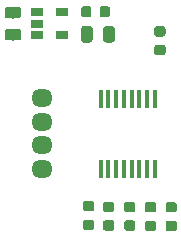
<source format=gbp>
G04 #@! TF.GenerationSoftware,KiCad,Pcbnew,(5.1.2)-1*
G04 #@! TF.CreationDate,2024-07-03T21:07:46+09:00*
G04 #@! TF.ProjectId,IR,49522e6b-6963-4616-945f-706362585858,v1.3*
G04 #@! TF.SameCoordinates,Original*
G04 #@! TF.FileFunction,Paste,Bot*
G04 #@! TF.FilePolarity,Positive*
%FSLAX46Y46*%
G04 Gerber Fmt 4.6, Leading zero omitted, Abs format (unit mm)*
G04 Created by KiCad (PCBNEW (5.1.2)-1) date 2024-07-03 21:07:46*
%MOMM*%
%LPD*%
G04 APERTURE LIST*
%ADD10C,0.050000*%
%ADD11C,0.875000*%
%ADD12O,1.800000X1.524000*%
%ADD13C,0.975000*%
%ADD14R,1.060000X0.650000*%
%ADD15R,0.450000X1.500000*%
G04 APERTURE END LIST*
D10*
G36*
X189387691Y-116716053D02*
G01*
X189408926Y-116719203D01*
X189429750Y-116724419D01*
X189449962Y-116731651D01*
X189469368Y-116740830D01*
X189487781Y-116751866D01*
X189505024Y-116764654D01*
X189520930Y-116779070D01*
X189535346Y-116794976D01*
X189548134Y-116812219D01*
X189559170Y-116830632D01*
X189568349Y-116850038D01*
X189575581Y-116870250D01*
X189580797Y-116891074D01*
X189583947Y-116912309D01*
X189585000Y-116933750D01*
X189585000Y-117371250D01*
X189583947Y-117392691D01*
X189580797Y-117413926D01*
X189575581Y-117434750D01*
X189568349Y-117454962D01*
X189559170Y-117474368D01*
X189548134Y-117492781D01*
X189535346Y-117510024D01*
X189520930Y-117525930D01*
X189505024Y-117540346D01*
X189487781Y-117553134D01*
X189469368Y-117564170D01*
X189449962Y-117573349D01*
X189429750Y-117580581D01*
X189408926Y-117585797D01*
X189387691Y-117588947D01*
X189366250Y-117590000D01*
X188853750Y-117590000D01*
X188832309Y-117588947D01*
X188811074Y-117585797D01*
X188790250Y-117580581D01*
X188770038Y-117573349D01*
X188750632Y-117564170D01*
X188732219Y-117553134D01*
X188714976Y-117540346D01*
X188699070Y-117525930D01*
X188684654Y-117510024D01*
X188671866Y-117492781D01*
X188660830Y-117474368D01*
X188651651Y-117454962D01*
X188644419Y-117434750D01*
X188639203Y-117413926D01*
X188636053Y-117392691D01*
X188635000Y-117371250D01*
X188635000Y-116933750D01*
X188636053Y-116912309D01*
X188639203Y-116891074D01*
X188644419Y-116870250D01*
X188651651Y-116850038D01*
X188660830Y-116830632D01*
X188671866Y-116812219D01*
X188684654Y-116794976D01*
X188699070Y-116779070D01*
X188714976Y-116764654D01*
X188732219Y-116751866D01*
X188750632Y-116740830D01*
X188770038Y-116731651D01*
X188790250Y-116724419D01*
X188811074Y-116719203D01*
X188832309Y-116716053D01*
X188853750Y-116715000D01*
X189366250Y-116715000D01*
X189387691Y-116716053D01*
X189387691Y-116716053D01*
G37*
D11*
X189110000Y-117152500D03*
D10*
G36*
X189387691Y-118291053D02*
G01*
X189408926Y-118294203D01*
X189429750Y-118299419D01*
X189449962Y-118306651D01*
X189469368Y-118315830D01*
X189487781Y-118326866D01*
X189505024Y-118339654D01*
X189520930Y-118354070D01*
X189535346Y-118369976D01*
X189548134Y-118387219D01*
X189559170Y-118405632D01*
X189568349Y-118425038D01*
X189575581Y-118445250D01*
X189580797Y-118466074D01*
X189583947Y-118487309D01*
X189585000Y-118508750D01*
X189585000Y-118946250D01*
X189583947Y-118967691D01*
X189580797Y-118988926D01*
X189575581Y-119009750D01*
X189568349Y-119029962D01*
X189559170Y-119049368D01*
X189548134Y-119067781D01*
X189535346Y-119085024D01*
X189520930Y-119100930D01*
X189505024Y-119115346D01*
X189487781Y-119128134D01*
X189469368Y-119139170D01*
X189449962Y-119148349D01*
X189429750Y-119155581D01*
X189408926Y-119160797D01*
X189387691Y-119163947D01*
X189366250Y-119165000D01*
X188853750Y-119165000D01*
X188832309Y-119163947D01*
X188811074Y-119160797D01*
X188790250Y-119155581D01*
X188770038Y-119148349D01*
X188750632Y-119139170D01*
X188732219Y-119128134D01*
X188714976Y-119115346D01*
X188699070Y-119100930D01*
X188684654Y-119085024D01*
X188671866Y-119067781D01*
X188660830Y-119049368D01*
X188651651Y-119029962D01*
X188644419Y-119009750D01*
X188639203Y-118988926D01*
X188636053Y-118967691D01*
X188635000Y-118946250D01*
X188635000Y-118508750D01*
X188636053Y-118487309D01*
X188639203Y-118466074D01*
X188644419Y-118445250D01*
X188651651Y-118425038D01*
X188660830Y-118405632D01*
X188671866Y-118387219D01*
X188684654Y-118369976D01*
X188699070Y-118354070D01*
X188714976Y-118339654D01*
X188732219Y-118326866D01*
X188750632Y-118315830D01*
X188770038Y-118306651D01*
X188790250Y-118299419D01*
X188811074Y-118294203D01*
X188832309Y-118291053D01*
X188853750Y-118290000D01*
X189366250Y-118290000D01*
X189387691Y-118291053D01*
X189387691Y-118291053D01*
G37*
D11*
X189110000Y-118727500D03*
D12*
X185200000Y-114000000D03*
X185200000Y-112000000D03*
X185200000Y-110000000D03*
X185200000Y-108000000D03*
D10*
G36*
X183180142Y-100276174D02*
G01*
X183203803Y-100279684D01*
X183227007Y-100285496D01*
X183249529Y-100293554D01*
X183271153Y-100303782D01*
X183291670Y-100316079D01*
X183310883Y-100330329D01*
X183328607Y-100346393D01*
X183344671Y-100364117D01*
X183358921Y-100383330D01*
X183371218Y-100403847D01*
X183381446Y-100425471D01*
X183389504Y-100447993D01*
X183395316Y-100471197D01*
X183398826Y-100494858D01*
X183400000Y-100518750D01*
X183400000Y-101006250D01*
X183398826Y-101030142D01*
X183395316Y-101053803D01*
X183389504Y-101077007D01*
X183381446Y-101099529D01*
X183371218Y-101121153D01*
X183358921Y-101141670D01*
X183344671Y-101160883D01*
X183328607Y-101178607D01*
X183310883Y-101194671D01*
X183291670Y-101208921D01*
X183271153Y-101221218D01*
X183249529Y-101231446D01*
X183227007Y-101239504D01*
X183203803Y-101245316D01*
X183180142Y-101248826D01*
X183156250Y-101250000D01*
X182243750Y-101250000D01*
X182219858Y-101248826D01*
X182196197Y-101245316D01*
X182172993Y-101239504D01*
X182150471Y-101231446D01*
X182128847Y-101221218D01*
X182108330Y-101208921D01*
X182089117Y-101194671D01*
X182071393Y-101178607D01*
X182055329Y-101160883D01*
X182041079Y-101141670D01*
X182028782Y-101121153D01*
X182018554Y-101099529D01*
X182010496Y-101077007D01*
X182004684Y-101053803D01*
X182001174Y-101030142D01*
X182000000Y-101006250D01*
X182000000Y-100518750D01*
X182001174Y-100494858D01*
X182004684Y-100471197D01*
X182010496Y-100447993D01*
X182018554Y-100425471D01*
X182028782Y-100403847D01*
X182041079Y-100383330D01*
X182055329Y-100364117D01*
X182071393Y-100346393D01*
X182089117Y-100330329D01*
X182108330Y-100316079D01*
X182128847Y-100303782D01*
X182150471Y-100293554D01*
X182172993Y-100285496D01*
X182196197Y-100279684D01*
X182219858Y-100276174D01*
X182243750Y-100275000D01*
X183156250Y-100275000D01*
X183180142Y-100276174D01*
X183180142Y-100276174D01*
G37*
D13*
X182700000Y-100762500D03*
D10*
G36*
X183180142Y-102151174D02*
G01*
X183203803Y-102154684D01*
X183227007Y-102160496D01*
X183249529Y-102168554D01*
X183271153Y-102178782D01*
X183291670Y-102191079D01*
X183310883Y-102205329D01*
X183328607Y-102221393D01*
X183344671Y-102239117D01*
X183358921Y-102258330D01*
X183371218Y-102278847D01*
X183381446Y-102300471D01*
X183389504Y-102322993D01*
X183395316Y-102346197D01*
X183398826Y-102369858D01*
X183400000Y-102393750D01*
X183400000Y-102881250D01*
X183398826Y-102905142D01*
X183395316Y-102928803D01*
X183389504Y-102952007D01*
X183381446Y-102974529D01*
X183371218Y-102996153D01*
X183358921Y-103016670D01*
X183344671Y-103035883D01*
X183328607Y-103053607D01*
X183310883Y-103069671D01*
X183291670Y-103083921D01*
X183271153Y-103096218D01*
X183249529Y-103106446D01*
X183227007Y-103114504D01*
X183203803Y-103120316D01*
X183180142Y-103123826D01*
X183156250Y-103125000D01*
X182243750Y-103125000D01*
X182219858Y-103123826D01*
X182196197Y-103120316D01*
X182172993Y-103114504D01*
X182150471Y-103106446D01*
X182128847Y-103096218D01*
X182108330Y-103083921D01*
X182089117Y-103069671D01*
X182071393Y-103053607D01*
X182055329Y-103035883D01*
X182041079Y-103016670D01*
X182028782Y-102996153D01*
X182018554Y-102974529D01*
X182010496Y-102952007D01*
X182004684Y-102928803D01*
X182001174Y-102905142D01*
X182000000Y-102881250D01*
X182000000Y-102393750D01*
X182001174Y-102369858D01*
X182004684Y-102346197D01*
X182010496Y-102322993D01*
X182018554Y-102300471D01*
X182028782Y-102278847D01*
X182041079Y-102258330D01*
X182055329Y-102239117D01*
X182071393Y-102221393D01*
X182089117Y-102205329D01*
X182108330Y-102191079D01*
X182128847Y-102178782D01*
X182150471Y-102168554D01*
X182172993Y-102160496D01*
X182196197Y-102154684D01*
X182219858Y-102151174D01*
X182243750Y-102150000D01*
X183156250Y-102150000D01*
X183180142Y-102151174D01*
X183180142Y-102151174D01*
G37*
D13*
X182700000Y-102637500D03*
D10*
G36*
X190727691Y-100226053D02*
G01*
X190748926Y-100229203D01*
X190769750Y-100234419D01*
X190789962Y-100241651D01*
X190809368Y-100250830D01*
X190827781Y-100261866D01*
X190845024Y-100274654D01*
X190860930Y-100289070D01*
X190875346Y-100304976D01*
X190888134Y-100322219D01*
X190899170Y-100340632D01*
X190908349Y-100360038D01*
X190915581Y-100380250D01*
X190920797Y-100401074D01*
X190923947Y-100422309D01*
X190925000Y-100443750D01*
X190925000Y-100956250D01*
X190923947Y-100977691D01*
X190920797Y-100998926D01*
X190915581Y-101019750D01*
X190908349Y-101039962D01*
X190899170Y-101059368D01*
X190888134Y-101077781D01*
X190875346Y-101095024D01*
X190860930Y-101110930D01*
X190845024Y-101125346D01*
X190827781Y-101138134D01*
X190809368Y-101149170D01*
X190789962Y-101158349D01*
X190769750Y-101165581D01*
X190748926Y-101170797D01*
X190727691Y-101173947D01*
X190706250Y-101175000D01*
X190268750Y-101175000D01*
X190247309Y-101173947D01*
X190226074Y-101170797D01*
X190205250Y-101165581D01*
X190185038Y-101158349D01*
X190165632Y-101149170D01*
X190147219Y-101138134D01*
X190129976Y-101125346D01*
X190114070Y-101110930D01*
X190099654Y-101095024D01*
X190086866Y-101077781D01*
X190075830Y-101059368D01*
X190066651Y-101039962D01*
X190059419Y-101019750D01*
X190054203Y-100998926D01*
X190051053Y-100977691D01*
X190050000Y-100956250D01*
X190050000Y-100443750D01*
X190051053Y-100422309D01*
X190054203Y-100401074D01*
X190059419Y-100380250D01*
X190066651Y-100360038D01*
X190075830Y-100340632D01*
X190086866Y-100322219D01*
X190099654Y-100304976D01*
X190114070Y-100289070D01*
X190129976Y-100274654D01*
X190147219Y-100261866D01*
X190165632Y-100250830D01*
X190185038Y-100241651D01*
X190205250Y-100234419D01*
X190226074Y-100229203D01*
X190247309Y-100226053D01*
X190268750Y-100225000D01*
X190706250Y-100225000D01*
X190727691Y-100226053D01*
X190727691Y-100226053D01*
G37*
D11*
X190487500Y-100700000D03*
D10*
G36*
X189152691Y-100226053D02*
G01*
X189173926Y-100229203D01*
X189194750Y-100234419D01*
X189214962Y-100241651D01*
X189234368Y-100250830D01*
X189252781Y-100261866D01*
X189270024Y-100274654D01*
X189285930Y-100289070D01*
X189300346Y-100304976D01*
X189313134Y-100322219D01*
X189324170Y-100340632D01*
X189333349Y-100360038D01*
X189340581Y-100380250D01*
X189345797Y-100401074D01*
X189348947Y-100422309D01*
X189350000Y-100443750D01*
X189350000Y-100956250D01*
X189348947Y-100977691D01*
X189345797Y-100998926D01*
X189340581Y-101019750D01*
X189333349Y-101039962D01*
X189324170Y-101059368D01*
X189313134Y-101077781D01*
X189300346Y-101095024D01*
X189285930Y-101110930D01*
X189270024Y-101125346D01*
X189252781Y-101138134D01*
X189234368Y-101149170D01*
X189214962Y-101158349D01*
X189194750Y-101165581D01*
X189173926Y-101170797D01*
X189152691Y-101173947D01*
X189131250Y-101175000D01*
X188693750Y-101175000D01*
X188672309Y-101173947D01*
X188651074Y-101170797D01*
X188630250Y-101165581D01*
X188610038Y-101158349D01*
X188590632Y-101149170D01*
X188572219Y-101138134D01*
X188554976Y-101125346D01*
X188539070Y-101110930D01*
X188524654Y-101095024D01*
X188511866Y-101077781D01*
X188500830Y-101059368D01*
X188491651Y-101039962D01*
X188484419Y-101019750D01*
X188479203Y-100998926D01*
X188476053Y-100977691D01*
X188475000Y-100956250D01*
X188475000Y-100443750D01*
X188476053Y-100422309D01*
X188479203Y-100401074D01*
X188484419Y-100380250D01*
X188491651Y-100360038D01*
X188500830Y-100340632D01*
X188511866Y-100322219D01*
X188524654Y-100304976D01*
X188539070Y-100289070D01*
X188554976Y-100274654D01*
X188572219Y-100261866D01*
X188590632Y-100250830D01*
X188610038Y-100241651D01*
X188630250Y-100234419D01*
X188651074Y-100229203D01*
X188672309Y-100226053D01*
X188693750Y-100225000D01*
X189131250Y-100225000D01*
X189152691Y-100226053D01*
X189152691Y-100226053D01*
G37*
D11*
X188912500Y-100700000D03*
D10*
G36*
X189230142Y-101901174D02*
G01*
X189253803Y-101904684D01*
X189277007Y-101910496D01*
X189299529Y-101918554D01*
X189321153Y-101928782D01*
X189341670Y-101941079D01*
X189360883Y-101955329D01*
X189378607Y-101971393D01*
X189394671Y-101989117D01*
X189408921Y-102008330D01*
X189421218Y-102028847D01*
X189431446Y-102050471D01*
X189439504Y-102072993D01*
X189445316Y-102096197D01*
X189448826Y-102119858D01*
X189450000Y-102143750D01*
X189450000Y-103056250D01*
X189448826Y-103080142D01*
X189445316Y-103103803D01*
X189439504Y-103127007D01*
X189431446Y-103149529D01*
X189421218Y-103171153D01*
X189408921Y-103191670D01*
X189394671Y-103210883D01*
X189378607Y-103228607D01*
X189360883Y-103244671D01*
X189341670Y-103258921D01*
X189321153Y-103271218D01*
X189299529Y-103281446D01*
X189277007Y-103289504D01*
X189253803Y-103295316D01*
X189230142Y-103298826D01*
X189206250Y-103300000D01*
X188718750Y-103300000D01*
X188694858Y-103298826D01*
X188671197Y-103295316D01*
X188647993Y-103289504D01*
X188625471Y-103281446D01*
X188603847Y-103271218D01*
X188583330Y-103258921D01*
X188564117Y-103244671D01*
X188546393Y-103228607D01*
X188530329Y-103210883D01*
X188516079Y-103191670D01*
X188503782Y-103171153D01*
X188493554Y-103149529D01*
X188485496Y-103127007D01*
X188479684Y-103103803D01*
X188476174Y-103080142D01*
X188475000Y-103056250D01*
X188475000Y-102143750D01*
X188476174Y-102119858D01*
X188479684Y-102096197D01*
X188485496Y-102072993D01*
X188493554Y-102050471D01*
X188503782Y-102028847D01*
X188516079Y-102008330D01*
X188530329Y-101989117D01*
X188546393Y-101971393D01*
X188564117Y-101955329D01*
X188583330Y-101941079D01*
X188603847Y-101928782D01*
X188625471Y-101918554D01*
X188647993Y-101910496D01*
X188671197Y-101904684D01*
X188694858Y-101901174D01*
X188718750Y-101900000D01*
X189206250Y-101900000D01*
X189230142Y-101901174D01*
X189230142Y-101901174D01*
G37*
D13*
X188962500Y-102600000D03*
D10*
G36*
X191105142Y-101901174D02*
G01*
X191128803Y-101904684D01*
X191152007Y-101910496D01*
X191174529Y-101918554D01*
X191196153Y-101928782D01*
X191216670Y-101941079D01*
X191235883Y-101955329D01*
X191253607Y-101971393D01*
X191269671Y-101989117D01*
X191283921Y-102008330D01*
X191296218Y-102028847D01*
X191306446Y-102050471D01*
X191314504Y-102072993D01*
X191320316Y-102096197D01*
X191323826Y-102119858D01*
X191325000Y-102143750D01*
X191325000Y-103056250D01*
X191323826Y-103080142D01*
X191320316Y-103103803D01*
X191314504Y-103127007D01*
X191306446Y-103149529D01*
X191296218Y-103171153D01*
X191283921Y-103191670D01*
X191269671Y-103210883D01*
X191253607Y-103228607D01*
X191235883Y-103244671D01*
X191216670Y-103258921D01*
X191196153Y-103271218D01*
X191174529Y-103281446D01*
X191152007Y-103289504D01*
X191128803Y-103295316D01*
X191105142Y-103298826D01*
X191081250Y-103300000D01*
X190593750Y-103300000D01*
X190569858Y-103298826D01*
X190546197Y-103295316D01*
X190522993Y-103289504D01*
X190500471Y-103281446D01*
X190478847Y-103271218D01*
X190458330Y-103258921D01*
X190439117Y-103244671D01*
X190421393Y-103228607D01*
X190405329Y-103210883D01*
X190391079Y-103191670D01*
X190378782Y-103171153D01*
X190368554Y-103149529D01*
X190360496Y-103127007D01*
X190354684Y-103103803D01*
X190351174Y-103080142D01*
X190350000Y-103056250D01*
X190350000Y-102143750D01*
X190351174Y-102119858D01*
X190354684Y-102096197D01*
X190360496Y-102072993D01*
X190368554Y-102050471D01*
X190378782Y-102028847D01*
X190391079Y-102008330D01*
X190405329Y-101989117D01*
X190421393Y-101971393D01*
X190439117Y-101955329D01*
X190458330Y-101941079D01*
X190478847Y-101928782D01*
X190500471Y-101918554D01*
X190522993Y-101910496D01*
X190546197Y-101904684D01*
X190569858Y-101901174D01*
X190593750Y-101900000D01*
X191081250Y-101900000D01*
X191105142Y-101901174D01*
X191105142Y-101901174D01*
G37*
D13*
X190837500Y-102600000D03*
D14*
X184700000Y-102650000D03*
X184700000Y-101700000D03*
X184700000Y-100750000D03*
X186900000Y-100750000D03*
X186900000Y-102650000D03*
D10*
G36*
X196377691Y-116814053D02*
G01*
X196398926Y-116817203D01*
X196419750Y-116822419D01*
X196439962Y-116829651D01*
X196459368Y-116838830D01*
X196477781Y-116849866D01*
X196495024Y-116862654D01*
X196510930Y-116877070D01*
X196525346Y-116892976D01*
X196538134Y-116910219D01*
X196549170Y-116928632D01*
X196558349Y-116948038D01*
X196565581Y-116968250D01*
X196570797Y-116989074D01*
X196573947Y-117010309D01*
X196575000Y-117031750D01*
X196575000Y-117469250D01*
X196573947Y-117490691D01*
X196570797Y-117511926D01*
X196565581Y-117532750D01*
X196558349Y-117552962D01*
X196549170Y-117572368D01*
X196538134Y-117590781D01*
X196525346Y-117608024D01*
X196510930Y-117623930D01*
X196495024Y-117638346D01*
X196477781Y-117651134D01*
X196459368Y-117662170D01*
X196439962Y-117671349D01*
X196419750Y-117678581D01*
X196398926Y-117683797D01*
X196377691Y-117686947D01*
X196356250Y-117688000D01*
X195843750Y-117688000D01*
X195822309Y-117686947D01*
X195801074Y-117683797D01*
X195780250Y-117678581D01*
X195760038Y-117671349D01*
X195740632Y-117662170D01*
X195722219Y-117651134D01*
X195704976Y-117638346D01*
X195689070Y-117623930D01*
X195674654Y-117608024D01*
X195661866Y-117590781D01*
X195650830Y-117572368D01*
X195641651Y-117552962D01*
X195634419Y-117532750D01*
X195629203Y-117511926D01*
X195626053Y-117490691D01*
X195625000Y-117469250D01*
X195625000Y-117031750D01*
X195626053Y-117010309D01*
X195629203Y-116989074D01*
X195634419Y-116968250D01*
X195641651Y-116948038D01*
X195650830Y-116928632D01*
X195661866Y-116910219D01*
X195674654Y-116892976D01*
X195689070Y-116877070D01*
X195704976Y-116862654D01*
X195722219Y-116849866D01*
X195740632Y-116838830D01*
X195760038Y-116829651D01*
X195780250Y-116822419D01*
X195801074Y-116817203D01*
X195822309Y-116814053D01*
X195843750Y-116813000D01*
X196356250Y-116813000D01*
X196377691Y-116814053D01*
X196377691Y-116814053D01*
G37*
D11*
X196100000Y-117250500D03*
D10*
G36*
X196377691Y-118389053D02*
G01*
X196398926Y-118392203D01*
X196419750Y-118397419D01*
X196439962Y-118404651D01*
X196459368Y-118413830D01*
X196477781Y-118424866D01*
X196495024Y-118437654D01*
X196510930Y-118452070D01*
X196525346Y-118467976D01*
X196538134Y-118485219D01*
X196549170Y-118503632D01*
X196558349Y-118523038D01*
X196565581Y-118543250D01*
X196570797Y-118564074D01*
X196573947Y-118585309D01*
X196575000Y-118606750D01*
X196575000Y-119044250D01*
X196573947Y-119065691D01*
X196570797Y-119086926D01*
X196565581Y-119107750D01*
X196558349Y-119127962D01*
X196549170Y-119147368D01*
X196538134Y-119165781D01*
X196525346Y-119183024D01*
X196510930Y-119198930D01*
X196495024Y-119213346D01*
X196477781Y-119226134D01*
X196459368Y-119237170D01*
X196439962Y-119246349D01*
X196419750Y-119253581D01*
X196398926Y-119258797D01*
X196377691Y-119261947D01*
X196356250Y-119263000D01*
X195843750Y-119263000D01*
X195822309Y-119261947D01*
X195801074Y-119258797D01*
X195780250Y-119253581D01*
X195760038Y-119246349D01*
X195740632Y-119237170D01*
X195722219Y-119226134D01*
X195704976Y-119213346D01*
X195689070Y-119198930D01*
X195674654Y-119183024D01*
X195661866Y-119165781D01*
X195650830Y-119147368D01*
X195641651Y-119127962D01*
X195634419Y-119107750D01*
X195629203Y-119086926D01*
X195626053Y-119065691D01*
X195625000Y-119044250D01*
X195625000Y-118606750D01*
X195626053Y-118585309D01*
X195629203Y-118564074D01*
X195634419Y-118543250D01*
X195641651Y-118523038D01*
X195650830Y-118503632D01*
X195661866Y-118485219D01*
X195674654Y-118467976D01*
X195689070Y-118452070D01*
X195704976Y-118437654D01*
X195722219Y-118424866D01*
X195740632Y-118413830D01*
X195760038Y-118404651D01*
X195780250Y-118397419D01*
X195801074Y-118392203D01*
X195822309Y-118389053D01*
X195843750Y-118388000D01*
X196356250Y-118388000D01*
X196377691Y-118389053D01*
X196377691Y-118389053D01*
G37*
D11*
X196100000Y-118825500D03*
D10*
G36*
X195427691Y-103493053D02*
G01*
X195448926Y-103496203D01*
X195469750Y-103501419D01*
X195489962Y-103508651D01*
X195509368Y-103517830D01*
X195527781Y-103528866D01*
X195545024Y-103541654D01*
X195560930Y-103556070D01*
X195575346Y-103571976D01*
X195588134Y-103589219D01*
X195599170Y-103607632D01*
X195608349Y-103627038D01*
X195615581Y-103647250D01*
X195620797Y-103668074D01*
X195623947Y-103689309D01*
X195625000Y-103710750D01*
X195625000Y-104148250D01*
X195623947Y-104169691D01*
X195620797Y-104190926D01*
X195615581Y-104211750D01*
X195608349Y-104231962D01*
X195599170Y-104251368D01*
X195588134Y-104269781D01*
X195575346Y-104287024D01*
X195560930Y-104302930D01*
X195545024Y-104317346D01*
X195527781Y-104330134D01*
X195509368Y-104341170D01*
X195489962Y-104350349D01*
X195469750Y-104357581D01*
X195448926Y-104362797D01*
X195427691Y-104365947D01*
X195406250Y-104367000D01*
X194893750Y-104367000D01*
X194872309Y-104365947D01*
X194851074Y-104362797D01*
X194830250Y-104357581D01*
X194810038Y-104350349D01*
X194790632Y-104341170D01*
X194772219Y-104330134D01*
X194754976Y-104317346D01*
X194739070Y-104302930D01*
X194724654Y-104287024D01*
X194711866Y-104269781D01*
X194700830Y-104251368D01*
X194691651Y-104231962D01*
X194684419Y-104211750D01*
X194679203Y-104190926D01*
X194676053Y-104169691D01*
X194675000Y-104148250D01*
X194675000Y-103710750D01*
X194676053Y-103689309D01*
X194679203Y-103668074D01*
X194684419Y-103647250D01*
X194691651Y-103627038D01*
X194700830Y-103607632D01*
X194711866Y-103589219D01*
X194724654Y-103571976D01*
X194739070Y-103556070D01*
X194754976Y-103541654D01*
X194772219Y-103528866D01*
X194790632Y-103517830D01*
X194810038Y-103508651D01*
X194830250Y-103501419D01*
X194851074Y-103496203D01*
X194872309Y-103493053D01*
X194893750Y-103492000D01*
X195406250Y-103492000D01*
X195427691Y-103493053D01*
X195427691Y-103493053D01*
G37*
D11*
X195150000Y-103929500D03*
D10*
G36*
X195427691Y-101918053D02*
G01*
X195448926Y-101921203D01*
X195469750Y-101926419D01*
X195489962Y-101933651D01*
X195509368Y-101942830D01*
X195527781Y-101953866D01*
X195545024Y-101966654D01*
X195560930Y-101981070D01*
X195575346Y-101996976D01*
X195588134Y-102014219D01*
X195599170Y-102032632D01*
X195608349Y-102052038D01*
X195615581Y-102072250D01*
X195620797Y-102093074D01*
X195623947Y-102114309D01*
X195625000Y-102135750D01*
X195625000Y-102573250D01*
X195623947Y-102594691D01*
X195620797Y-102615926D01*
X195615581Y-102636750D01*
X195608349Y-102656962D01*
X195599170Y-102676368D01*
X195588134Y-102694781D01*
X195575346Y-102712024D01*
X195560930Y-102727930D01*
X195545024Y-102742346D01*
X195527781Y-102755134D01*
X195509368Y-102766170D01*
X195489962Y-102775349D01*
X195469750Y-102782581D01*
X195448926Y-102787797D01*
X195427691Y-102790947D01*
X195406250Y-102792000D01*
X194893750Y-102792000D01*
X194872309Y-102790947D01*
X194851074Y-102787797D01*
X194830250Y-102782581D01*
X194810038Y-102775349D01*
X194790632Y-102766170D01*
X194772219Y-102755134D01*
X194754976Y-102742346D01*
X194739070Y-102727930D01*
X194724654Y-102712024D01*
X194711866Y-102694781D01*
X194700830Y-102676368D01*
X194691651Y-102656962D01*
X194684419Y-102636750D01*
X194679203Y-102615926D01*
X194676053Y-102594691D01*
X194675000Y-102573250D01*
X194675000Y-102135750D01*
X194676053Y-102114309D01*
X194679203Y-102093074D01*
X194684419Y-102072250D01*
X194691651Y-102052038D01*
X194700830Y-102032632D01*
X194711866Y-102014219D01*
X194724654Y-101996976D01*
X194739070Y-101981070D01*
X194754976Y-101966654D01*
X194772219Y-101953866D01*
X194790632Y-101942830D01*
X194810038Y-101933651D01*
X194830250Y-101926419D01*
X194851074Y-101921203D01*
X194872309Y-101918053D01*
X194893750Y-101917000D01*
X195406250Y-101917000D01*
X195427691Y-101918053D01*
X195427691Y-101918053D01*
G37*
D11*
X195150000Y-102354500D03*
D10*
G36*
X192877691Y-118363053D02*
G01*
X192898926Y-118366203D01*
X192919750Y-118371419D01*
X192939962Y-118378651D01*
X192959368Y-118387830D01*
X192977781Y-118398866D01*
X192995024Y-118411654D01*
X193010930Y-118426070D01*
X193025346Y-118441976D01*
X193038134Y-118459219D01*
X193049170Y-118477632D01*
X193058349Y-118497038D01*
X193065581Y-118517250D01*
X193070797Y-118538074D01*
X193073947Y-118559309D01*
X193075000Y-118580750D01*
X193075000Y-119018250D01*
X193073947Y-119039691D01*
X193070797Y-119060926D01*
X193065581Y-119081750D01*
X193058349Y-119101962D01*
X193049170Y-119121368D01*
X193038134Y-119139781D01*
X193025346Y-119157024D01*
X193010930Y-119172930D01*
X192995024Y-119187346D01*
X192977781Y-119200134D01*
X192959368Y-119211170D01*
X192939962Y-119220349D01*
X192919750Y-119227581D01*
X192898926Y-119232797D01*
X192877691Y-119235947D01*
X192856250Y-119237000D01*
X192343750Y-119237000D01*
X192322309Y-119235947D01*
X192301074Y-119232797D01*
X192280250Y-119227581D01*
X192260038Y-119220349D01*
X192240632Y-119211170D01*
X192222219Y-119200134D01*
X192204976Y-119187346D01*
X192189070Y-119172930D01*
X192174654Y-119157024D01*
X192161866Y-119139781D01*
X192150830Y-119121368D01*
X192141651Y-119101962D01*
X192134419Y-119081750D01*
X192129203Y-119060926D01*
X192126053Y-119039691D01*
X192125000Y-119018250D01*
X192125000Y-118580750D01*
X192126053Y-118559309D01*
X192129203Y-118538074D01*
X192134419Y-118517250D01*
X192141651Y-118497038D01*
X192150830Y-118477632D01*
X192161866Y-118459219D01*
X192174654Y-118441976D01*
X192189070Y-118426070D01*
X192204976Y-118411654D01*
X192222219Y-118398866D01*
X192240632Y-118387830D01*
X192260038Y-118378651D01*
X192280250Y-118371419D01*
X192301074Y-118366203D01*
X192322309Y-118363053D01*
X192343750Y-118362000D01*
X192856250Y-118362000D01*
X192877691Y-118363053D01*
X192877691Y-118363053D01*
G37*
D11*
X192600000Y-118799500D03*
D10*
G36*
X192877691Y-116788053D02*
G01*
X192898926Y-116791203D01*
X192919750Y-116796419D01*
X192939962Y-116803651D01*
X192959368Y-116812830D01*
X192977781Y-116823866D01*
X192995024Y-116836654D01*
X193010930Y-116851070D01*
X193025346Y-116866976D01*
X193038134Y-116884219D01*
X193049170Y-116902632D01*
X193058349Y-116922038D01*
X193065581Y-116942250D01*
X193070797Y-116963074D01*
X193073947Y-116984309D01*
X193075000Y-117005750D01*
X193075000Y-117443250D01*
X193073947Y-117464691D01*
X193070797Y-117485926D01*
X193065581Y-117506750D01*
X193058349Y-117526962D01*
X193049170Y-117546368D01*
X193038134Y-117564781D01*
X193025346Y-117582024D01*
X193010930Y-117597930D01*
X192995024Y-117612346D01*
X192977781Y-117625134D01*
X192959368Y-117636170D01*
X192939962Y-117645349D01*
X192919750Y-117652581D01*
X192898926Y-117657797D01*
X192877691Y-117660947D01*
X192856250Y-117662000D01*
X192343750Y-117662000D01*
X192322309Y-117660947D01*
X192301074Y-117657797D01*
X192280250Y-117652581D01*
X192260038Y-117645349D01*
X192240632Y-117636170D01*
X192222219Y-117625134D01*
X192204976Y-117612346D01*
X192189070Y-117597930D01*
X192174654Y-117582024D01*
X192161866Y-117564781D01*
X192150830Y-117546368D01*
X192141651Y-117526962D01*
X192134419Y-117506750D01*
X192129203Y-117485926D01*
X192126053Y-117464691D01*
X192125000Y-117443250D01*
X192125000Y-117005750D01*
X192126053Y-116984309D01*
X192129203Y-116963074D01*
X192134419Y-116942250D01*
X192141651Y-116922038D01*
X192150830Y-116902632D01*
X192161866Y-116884219D01*
X192174654Y-116866976D01*
X192189070Y-116851070D01*
X192204976Y-116836654D01*
X192222219Y-116823866D01*
X192240632Y-116812830D01*
X192260038Y-116803651D01*
X192280250Y-116796419D01*
X192301074Y-116791203D01*
X192322309Y-116788053D01*
X192343750Y-116787000D01*
X192856250Y-116787000D01*
X192877691Y-116788053D01*
X192877691Y-116788053D01*
G37*
D11*
X192600000Y-117224500D03*
D10*
G36*
X194627691Y-118389053D02*
G01*
X194648926Y-118392203D01*
X194669750Y-118397419D01*
X194689962Y-118404651D01*
X194709368Y-118413830D01*
X194727781Y-118424866D01*
X194745024Y-118437654D01*
X194760930Y-118452070D01*
X194775346Y-118467976D01*
X194788134Y-118485219D01*
X194799170Y-118503632D01*
X194808349Y-118523038D01*
X194815581Y-118543250D01*
X194820797Y-118564074D01*
X194823947Y-118585309D01*
X194825000Y-118606750D01*
X194825000Y-119044250D01*
X194823947Y-119065691D01*
X194820797Y-119086926D01*
X194815581Y-119107750D01*
X194808349Y-119127962D01*
X194799170Y-119147368D01*
X194788134Y-119165781D01*
X194775346Y-119183024D01*
X194760930Y-119198930D01*
X194745024Y-119213346D01*
X194727781Y-119226134D01*
X194709368Y-119237170D01*
X194689962Y-119246349D01*
X194669750Y-119253581D01*
X194648926Y-119258797D01*
X194627691Y-119261947D01*
X194606250Y-119263000D01*
X194093750Y-119263000D01*
X194072309Y-119261947D01*
X194051074Y-119258797D01*
X194030250Y-119253581D01*
X194010038Y-119246349D01*
X193990632Y-119237170D01*
X193972219Y-119226134D01*
X193954976Y-119213346D01*
X193939070Y-119198930D01*
X193924654Y-119183024D01*
X193911866Y-119165781D01*
X193900830Y-119147368D01*
X193891651Y-119127962D01*
X193884419Y-119107750D01*
X193879203Y-119086926D01*
X193876053Y-119065691D01*
X193875000Y-119044250D01*
X193875000Y-118606750D01*
X193876053Y-118585309D01*
X193879203Y-118564074D01*
X193884419Y-118543250D01*
X193891651Y-118523038D01*
X193900830Y-118503632D01*
X193911866Y-118485219D01*
X193924654Y-118467976D01*
X193939070Y-118452070D01*
X193954976Y-118437654D01*
X193972219Y-118424866D01*
X193990632Y-118413830D01*
X194010038Y-118404651D01*
X194030250Y-118397419D01*
X194051074Y-118392203D01*
X194072309Y-118389053D01*
X194093750Y-118388000D01*
X194606250Y-118388000D01*
X194627691Y-118389053D01*
X194627691Y-118389053D01*
G37*
D11*
X194350000Y-118825500D03*
D10*
G36*
X194627691Y-116814053D02*
G01*
X194648926Y-116817203D01*
X194669750Y-116822419D01*
X194689962Y-116829651D01*
X194709368Y-116838830D01*
X194727781Y-116849866D01*
X194745024Y-116862654D01*
X194760930Y-116877070D01*
X194775346Y-116892976D01*
X194788134Y-116910219D01*
X194799170Y-116928632D01*
X194808349Y-116948038D01*
X194815581Y-116968250D01*
X194820797Y-116989074D01*
X194823947Y-117010309D01*
X194825000Y-117031750D01*
X194825000Y-117469250D01*
X194823947Y-117490691D01*
X194820797Y-117511926D01*
X194815581Y-117532750D01*
X194808349Y-117552962D01*
X194799170Y-117572368D01*
X194788134Y-117590781D01*
X194775346Y-117608024D01*
X194760930Y-117623930D01*
X194745024Y-117638346D01*
X194727781Y-117651134D01*
X194709368Y-117662170D01*
X194689962Y-117671349D01*
X194669750Y-117678581D01*
X194648926Y-117683797D01*
X194627691Y-117686947D01*
X194606250Y-117688000D01*
X194093750Y-117688000D01*
X194072309Y-117686947D01*
X194051074Y-117683797D01*
X194030250Y-117678581D01*
X194010038Y-117671349D01*
X193990632Y-117662170D01*
X193972219Y-117651134D01*
X193954976Y-117638346D01*
X193939070Y-117623930D01*
X193924654Y-117608024D01*
X193911866Y-117590781D01*
X193900830Y-117572368D01*
X193891651Y-117552962D01*
X193884419Y-117532750D01*
X193879203Y-117511926D01*
X193876053Y-117490691D01*
X193875000Y-117469250D01*
X193875000Y-117031750D01*
X193876053Y-117010309D01*
X193879203Y-116989074D01*
X193884419Y-116968250D01*
X193891651Y-116948038D01*
X193900830Y-116928632D01*
X193911866Y-116910219D01*
X193924654Y-116892976D01*
X193939070Y-116877070D01*
X193954976Y-116862654D01*
X193972219Y-116849866D01*
X193990632Y-116838830D01*
X194010038Y-116829651D01*
X194030250Y-116822419D01*
X194051074Y-116817203D01*
X194072309Y-116814053D01*
X194093750Y-116813000D01*
X194606250Y-116813000D01*
X194627691Y-116814053D01*
X194627691Y-116814053D01*
G37*
D11*
X194350000Y-117250500D03*
D10*
G36*
X191077691Y-116776053D02*
G01*
X191098926Y-116779203D01*
X191119750Y-116784419D01*
X191139962Y-116791651D01*
X191159368Y-116800830D01*
X191177781Y-116811866D01*
X191195024Y-116824654D01*
X191210930Y-116839070D01*
X191225346Y-116854976D01*
X191238134Y-116872219D01*
X191249170Y-116890632D01*
X191258349Y-116910038D01*
X191265581Y-116930250D01*
X191270797Y-116951074D01*
X191273947Y-116972309D01*
X191275000Y-116993750D01*
X191275000Y-117431250D01*
X191273947Y-117452691D01*
X191270797Y-117473926D01*
X191265581Y-117494750D01*
X191258349Y-117514962D01*
X191249170Y-117534368D01*
X191238134Y-117552781D01*
X191225346Y-117570024D01*
X191210930Y-117585930D01*
X191195024Y-117600346D01*
X191177781Y-117613134D01*
X191159368Y-117624170D01*
X191139962Y-117633349D01*
X191119750Y-117640581D01*
X191098926Y-117645797D01*
X191077691Y-117648947D01*
X191056250Y-117650000D01*
X190543750Y-117650000D01*
X190522309Y-117648947D01*
X190501074Y-117645797D01*
X190480250Y-117640581D01*
X190460038Y-117633349D01*
X190440632Y-117624170D01*
X190422219Y-117613134D01*
X190404976Y-117600346D01*
X190389070Y-117585930D01*
X190374654Y-117570024D01*
X190361866Y-117552781D01*
X190350830Y-117534368D01*
X190341651Y-117514962D01*
X190334419Y-117494750D01*
X190329203Y-117473926D01*
X190326053Y-117452691D01*
X190325000Y-117431250D01*
X190325000Y-116993750D01*
X190326053Y-116972309D01*
X190329203Y-116951074D01*
X190334419Y-116930250D01*
X190341651Y-116910038D01*
X190350830Y-116890632D01*
X190361866Y-116872219D01*
X190374654Y-116854976D01*
X190389070Y-116839070D01*
X190404976Y-116824654D01*
X190422219Y-116811866D01*
X190440632Y-116800830D01*
X190460038Y-116791651D01*
X190480250Y-116784419D01*
X190501074Y-116779203D01*
X190522309Y-116776053D01*
X190543750Y-116775000D01*
X191056250Y-116775000D01*
X191077691Y-116776053D01*
X191077691Y-116776053D01*
G37*
D11*
X190800000Y-117212500D03*
D10*
G36*
X191077691Y-118351053D02*
G01*
X191098926Y-118354203D01*
X191119750Y-118359419D01*
X191139962Y-118366651D01*
X191159368Y-118375830D01*
X191177781Y-118386866D01*
X191195024Y-118399654D01*
X191210930Y-118414070D01*
X191225346Y-118429976D01*
X191238134Y-118447219D01*
X191249170Y-118465632D01*
X191258349Y-118485038D01*
X191265581Y-118505250D01*
X191270797Y-118526074D01*
X191273947Y-118547309D01*
X191275000Y-118568750D01*
X191275000Y-119006250D01*
X191273947Y-119027691D01*
X191270797Y-119048926D01*
X191265581Y-119069750D01*
X191258349Y-119089962D01*
X191249170Y-119109368D01*
X191238134Y-119127781D01*
X191225346Y-119145024D01*
X191210930Y-119160930D01*
X191195024Y-119175346D01*
X191177781Y-119188134D01*
X191159368Y-119199170D01*
X191139962Y-119208349D01*
X191119750Y-119215581D01*
X191098926Y-119220797D01*
X191077691Y-119223947D01*
X191056250Y-119225000D01*
X190543750Y-119225000D01*
X190522309Y-119223947D01*
X190501074Y-119220797D01*
X190480250Y-119215581D01*
X190460038Y-119208349D01*
X190440632Y-119199170D01*
X190422219Y-119188134D01*
X190404976Y-119175346D01*
X190389070Y-119160930D01*
X190374654Y-119145024D01*
X190361866Y-119127781D01*
X190350830Y-119109368D01*
X190341651Y-119089962D01*
X190334419Y-119069750D01*
X190329203Y-119048926D01*
X190326053Y-119027691D01*
X190325000Y-119006250D01*
X190325000Y-118568750D01*
X190326053Y-118547309D01*
X190329203Y-118526074D01*
X190334419Y-118505250D01*
X190341651Y-118485038D01*
X190350830Y-118465632D01*
X190361866Y-118447219D01*
X190374654Y-118429976D01*
X190389070Y-118414070D01*
X190404976Y-118399654D01*
X190422219Y-118386866D01*
X190440632Y-118375830D01*
X190460038Y-118366651D01*
X190480250Y-118359419D01*
X190501074Y-118354203D01*
X190522309Y-118351053D01*
X190543750Y-118350000D01*
X191056250Y-118350000D01*
X191077691Y-118351053D01*
X191077691Y-118351053D01*
G37*
D11*
X190800000Y-118787500D03*
D15*
X194695000Y-114020000D03*
X194045000Y-114020000D03*
X193395000Y-114020000D03*
X192745000Y-114020000D03*
X192095000Y-114020000D03*
X191445000Y-114020000D03*
X190795000Y-114020000D03*
X190145000Y-114020000D03*
X190145000Y-108120000D03*
X190795000Y-108120000D03*
X191445000Y-108120000D03*
X192095000Y-108120000D03*
X192745000Y-108120000D03*
X193395000Y-108120000D03*
X194045000Y-108120000D03*
X194695000Y-108120000D03*
M02*

</source>
